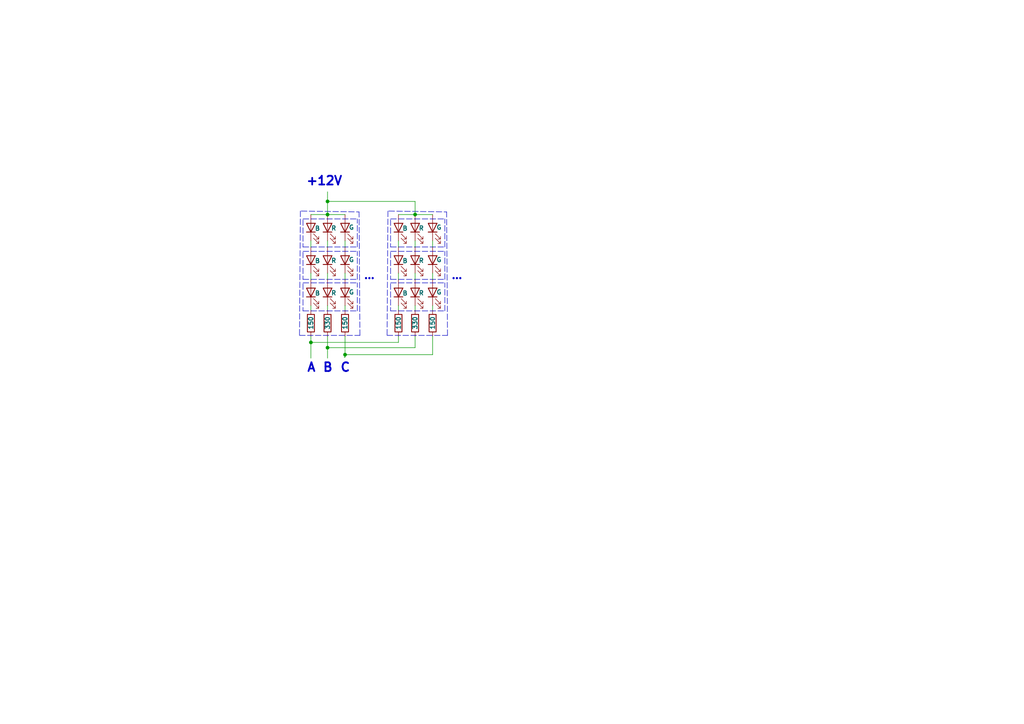
<source format=kicad_sch>
(kicad_sch (version 20211123) (generator eeschema)
  (paper "A4")
  (lib_symbols
    (symbol "Device:LED" (pin_numbers hide) (pin_names (offset 1.016) hide)
      (property "Reference" "D" (at 0 2.54 0))
      (property "Value" "LED" (at 0 -2.54 0))
      (symbol "LED_0_1"
        (polyline (pts (xy -1.27 -1.27) (xy -1.27 1.27)) (stroke (width 0.254)))
        (polyline (pts (xy -1.27 0) (xy 1.27 0)))
        (polyline (pts (xy 1.27 -1.27) (xy 1.27 1.27) (xy -1.27 0) (xy 1.27 -1.27)) (stroke (width 0.254)))
        (polyline (pts (xy -3.048 -0.762) (xy -4.572 -2.286) (xy -3.81 -2.286) (xy -4.572 -2.286) (xy -4.572 -1.524)))
        (polyline (pts (xy -1.778 -0.762) (xy -3.302 -2.286) (xy -2.54 -2.286) (xy -3.302 -2.286) (xy -3.302 -1.524)))
      )
      (symbol "LED_1_1"
        (pin passive line (at -3.81 0 0) (length 2.54) (name "K") (number "1"))
        (pin passive line (at 3.81 0 180) (length 2.54) (name "A") (number "2"))
      )
    )
    (symbol "Device:R" (pin_numbers hide) (pin_names (offset 0))
      (property "Reference" "R" (at 2.032 0 90))
      (property "Value" "R" (at 0 0 90))
      (symbol "R_0_1"
        (rectangle (start -1.016 -2.54) (end 1.016 2.54) (stroke (width 0.254)))
      )
      (symbol "R_1_1"
        (pin passive line (at 0 3.81 270) (length 1.27) (name "~") (number "1"))
        (pin passive line (at 0 -3.81 90) (length 1.27) (name "~") (number "2"))
      )
    )
  )
  (junction (at 94.996 58.42))
  (junction (at 100.076 102.87))
  (junction (at 90.17 99.314))
  (junction (at 120.396 62.23))
  (junction (at 94.996 100.838))
  (junction (at 94.996 62.23))
  (wire (pts (xy 120.396 62.23) (xy 125.476 62.23)))
  (wire (pts (xy 94.996 69.85) (xy 94.996 71.628)))
  (wire (pts (xy 94.996 55.626) (xy 94.996 58.42)))
  (polyline (pts (xy 112.268 97.282) (xy 129.794 97.282)))
  (wire (pts (xy 100.076 97.536) (xy 100.076 102.87)))
  (polyline (pts (xy 87.884 73.152) (xy 87.884 81.026)))
  (polyline (pts (xy 87.884 81.026) (xy 103.632 81.026)))
  (polyline (pts (xy 113.284 90.17) (xy 129.032 90.17)))
  (wire (pts (xy 125.476 79.248) (xy 125.476 81.026)))
  (wire (pts (xy 94.996 100.838) (xy 94.996 103.886)))
  (wire (pts (xy 94.996 62.23) (xy 100.076 62.23)))
  (wire (pts (xy 100.076 102.87) (xy 100.076 103.632)))
  (polyline (pts (xy 87.884 63.5) (xy 103.632 63.5)))
  (polyline (pts (xy 113.284 71.628) (xy 129.032 71.628)))
  (wire (pts (xy 90.17 88.646) (xy 90.17 89.916)))
  (wire (pts (xy 99.822 103.632) (xy 100.076 103.632)))
  (wire (pts (xy 115.57 88.646) (xy 115.57 89.916)))
  (wire (pts (xy 115.57 62.23) (xy 120.396 62.23)))
  (wire (pts (xy 120.396 79.248) (xy 120.396 81.026)))
  (polyline (pts (xy 112.522 61.214) (xy 112.268 97.282)))
  (wire (pts (xy 115.57 69.85) (xy 115.57 71.628)))
  (polyline (pts (xy 87.884 63.754) (xy 87.884 71.628)))
  (wire (pts (xy 120.396 97.536) (xy 120.396 100.838)))
  (polyline (pts (xy 112.776 61.214) (xy 129.54 61.468)))
  (wire (pts (xy 100.076 102.87) (xy 125.476 102.87)))
  (polyline (pts (xy 129.032 71.628) (xy 129.032 63.5)))
  (polyline (pts (xy 87.884 82.296) (xy 87.884 90.17)))
  (polyline (pts (xy 113.284 72.898) (xy 129.032 72.898)))
  (polyline (pts (xy 103.632 90.17) (xy 103.632 82.042)))
  (polyline (pts (xy 113.284 82.042) (xy 129.032 82.042)))
  (wire (pts (xy 90.17 99.314) (xy 115.57 99.314)))
  (polyline (pts (xy 87.376 61.214) (xy 104.14 61.468)))
  (wire (pts (xy 100.076 69.85) (xy 100.076 71.628)))
  (wire (pts (xy 94.996 100.838) (xy 120.396 100.838)))
  (wire (pts (xy 120.396 69.85) (xy 120.396 71.628)))
  (wire (pts (xy 115.57 97.536) (xy 115.57 99.314)))
  (polyline (pts (xy 86.868 97.282) (xy 104.394 97.282)))
  (polyline (pts (xy 113.284 82.296) (xy 113.284 90.17)))
  (polyline (pts (xy 87.884 90.17) (xy 103.632 90.17)))
  (polyline (pts (xy 129.032 90.17) (xy 129.032 82.042)))
  (wire (pts (xy 90.17 99.314) (xy 90.17 103.886)))
  (polyline (pts (xy 87.884 72.898) (xy 103.632 72.898)))
  (polyline (pts (xy 87.884 82.042) (xy 103.632 82.042)))
  (wire (pts (xy 115.57 79.248) (xy 115.57 81.026)))
  (wire (pts (xy 100.076 88.646) (xy 100.076 89.916)))
  (polyline (pts (xy 113.284 73.152) (xy 113.284 81.026)))
  (polyline (pts (xy 129.032 81.026) (xy 129.032 72.898)))
  (polyline (pts (xy 113.284 81.026) (xy 129.032 81.026)))
  (wire (pts (xy 90.17 69.85) (xy 90.17 71.628)))
  (polyline (pts (xy 104.394 97.282) (xy 104.14 61.468)))
  (wire (pts (xy 94.996 88.646) (xy 94.996 89.916)))
  (wire (pts (xy 100.076 79.248) (xy 100.076 81.026)))
  (polyline (pts (xy 129.794 97.282) (xy 129.54 61.468)))
  (polyline (pts (xy 87.884 71.628) (xy 103.632 71.628)))
  (wire (pts (xy 94.996 58.42) (xy 120.396 58.42)))
  (wire (pts (xy 94.996 97.536) (xy 94.996 100.838)))
  (wire (pts (xy 94.996 58.42) (xy 94.996 62.23)))
  (wire (pts (xy 125.476 88.646) (xy 125.476 89.916)))
  (polyline (pts (xy 103.632 71.628) (xy 103.632 63.5)))
  (polyline (pts (xy 87.122 61.214) (xy 86.868 97.282)))
  (polyline (pts (xy 113.284 63.5) (xy 129.032 63.5)))
  (wire (pts (xy 125.476 97.536) (xy 125.476 102.87)))
  (wire (pts (xy 125.476 69.85) (xy 125.476 71.628)))
  (wire (pts (xy 90.17 97.536) (xy 90.17 99.314)))
  (polyline (pts (xy 113.284 63.754) (xy 113.284 71.628)))
  (wire (pts (xy 94.996 79.248) (xy 94.996 81.026)))
  (polyline (pts (xy 103.632 81.026) (xy 103.632 72.898)))
  (wire (pts (xy 90.17 79.248) (xy 90.17 81.026)))
  (wire (pts (xy 120.396 88.646) (xy 120.396 89.916)))
  (wire (pts (xy 90.17 62.23) (xy 94.996 62.23)))
  (wire (pts (xy 120.396 62.23) (xy 120.396 58.42)))
  (text "B" (at 93.472 108.204 0) (effects (font (size 2.54 2.54) (thickness 0.508) bold) (justify left bottom)))
  (text "..." (at 130.81 81.28 0) (effects (font (size 2.032 2.032) (thickness 0.4064) bold) (justify left bottom)))
  (text "A" (at 88.9 108.204 0) (effects (font (size 2.54 2.54) (thickness 0.508) bold) (justify left bottom)))
  (text "C" (at 98.552 108.204 0) (effects (font (size 2.54 2.54) (thickness 0.508) bold) (justify left bottom)))
  (text "..." (at 105.41 81.28 0) (effects (font (size 2.032 2.032) (thickness 0.4064) bold) (justify left bottom)))
  (text "+12V" (at 88.646 54.102 0) (effects (font (size 2.54 2.54) (thickness 0.508) bold) (justify left bottom)))
  (symbol (lib_id "Device:R") (at 100.076 93.726 0) (unit 1)
    (property "Reference" "R?" (effects hide))
    (property "Value" "150" (at 100.076 95.758 90) (effects (font bold) (justify left)))
  )
  (symbol (lib_id "Device:LED") (at 94.996 84.836 90) (unit 1)
    (property "Reference" "D?" (effects hide))
    (property "Value" "R" (at 97.6884 84.9884 90) (effects (font bold) (justify left)))
  )
  (symbol (lib_id "Device:LED") (at 90.17 66.04 90) (unit 1)
    (property "Reference" "D?" (effects hide))
    (property "Value" "B" (at 92.964 66.2432 90) (effects (font bold) (justify left)))
  )
  (symbol (lib_id "Device:R") (at 94.996 93.726 0) (unit 1)
    (property "Reference" "R?" (effects hide))
    (property "Value" "330" (at 94.996 95.758 90) (effects (font bold) (justify left)))
  )
  (symbol (lib_id "Device:R") (at 115.57 93.726 0) (unit 1)
    (property "Reference" "R?" (effects hide))
    (property "Value" "150" (at 115.57 95.758 90) (effects (font bold) (justify left)))
  )
  (symbol (lib_id "Device:LED") (at 120.396 84.836 90) (unit 1)
    (property "Reference" "D?" (effects hide))
    (property "Value" "R" (at 123.0884 84.9884 90) (effects (font bold) (justify left)))
  )
  (symbol (lib_id "Device:R") (at 125.476 93.726 0) (unit 1)
    (property "Reference" "R?" (effects hide))
    (property "Value" "150" (at 125.476 95.758 90) (effects (font bold) (justify left)))
  )
  (symbol (lib_id "Device:LED") (at 125.476 75.438 90) (unit 1)
    (property "Reference" "D?" (effects hide))
    (property "Value" "G" (at 128.2192 75.3364 90) (effects (font bold) (justify left)))
  )
  (symbol (lib_id "Device:LED") (at 120.396 66.04 90) (unit 1)
    (property "Reference" "D?" (effects hide))
    (property "Value" "R" (at 123.0884 66.1924 90) (effects (font bold) (justify left)))
  )
  (symbol (lib_id "Device:LED") (at 94.996 75.438 90) (unit 1)
    (property "Reference" "D?" (effects hide))
    (property "Value" "R" (at 97.6884 75.5904 90) (effects (font bold) (justify left)))
  )
  (symbol (lib_id "Device:LED") (at 100.076 75.438 90) (unit 1)
    (property "Reference" "D?" (effects hide))
    (property "Value" "G" (at 102.8192 75.3364 90) (effects (font bold) (justify left)))
  )
  (symbol (lib_id "Device:LED") (at 120.396 75.438 90) (unit 1)
    (property "Reference" "D?" (effects hide))
    (property "Value" "R" (at 123.0884 75.5904 90) (effects (font bold) (justify left)))
  )
  (symbol (lib_id "Device:LED") (at 90.17 75.438 90) (unit 1)
    (property "Reference" "D?" (effects hide))
    (property "Value" "B" (at 92.964 75.6412 90) (effects (font bold) (justify left)))
  )
  (symbol (lib_id "Device:LED") (at 100.076 66.04 90) (unit 1)
    (property "Reference" "D?" (effects hide))
    (property "Value" "G" (at 102.8192 65.9384 90) (effects (font bold) (justify left)))
  )
  (symbol (lib_id "Device:LED") (at 94.996 66.04 90) (unit 1)
    (property "Reference" "D?" (effects hide))
    (property "Value" "R" (at 97.6884 66.1924 90) (effects (font bold) (justify left)))
  )
  (symbol (lib_id "Device:LED") (at 115.57 75.438 90) (unit 1)
    (property "Reference" "D?" (effects hide))
    (property "Value" "B" (at 118.364 75.6412 90) (effects (font bold) (justify left)))
  )
  (symbol (lib_id "Device:LED") (at 115.57 84.836 90) (unit 1)
    (property "Reference" "D?" (effects hide))
    (property "Value" "B" (at 118.364 85.0392 90) (effects (font bold) (justify left)))
  )
  (symbol (lib_id "Device:LED") (at 90.17 84.836 90) (unit 1)
    (property "Reference" "D?" (effects hide))
    (property "Value" "B" (at 92.964 85.0392 90) (effects (font bold) (justify left)))
  )
  (symbol (lib_id "Device:LED") (at 115.57 66.04 90) (unit 1)
    (property "Reference" "D?" (effects hide))
    (property "Value" "B" (at 118.364 66.2432 90) (effects (font bold) (justify left)))
  )
  (symbol (lib_id "Device:R") (at 120.396 93.726 0) (unit 1)
    (property "Reference" "R?" (effects hide))
    (property "Value" "330" (at 120.396 95.758 90) (effects (font bold) (justify left)))
  )
  (symbol (lib_id "Device:LED") (at 125.476 84.836 90) (unit 1)
    (property "Reference" "D?" (effects hide))
    (property "Value" "G" (at 128.2192 84.7344 90) (effects (font bold) (justify left)))
  )
  (symbol (lib_id "Device:LED") (at 125.476 66.04 90) (unit 1)
    (property "Reference" "D?" (effects hide))
    (property "Value" "G" (at 128.2192 65.9384 90) (effects (font bold) (justify left)))
  )
  (symbol (lib_id "Device:R") (at 90.17 93.726 0) (unit 1)
    (property "Reference" "R?" (effects hide))
    (property "Value" "150" (at 90.17 95.758 90) (effects (font bold) (justify left)))
  )
  (symbol (lib_id "Device:LED") (at 100.076 84.836 90) (unit 1)
    (property "Reference" "D?" (effects hide))
    (property "Value" "G" (at 102.8192 84.7344 90) (effects (font bold) (justify left)))
  )
)
</source>
